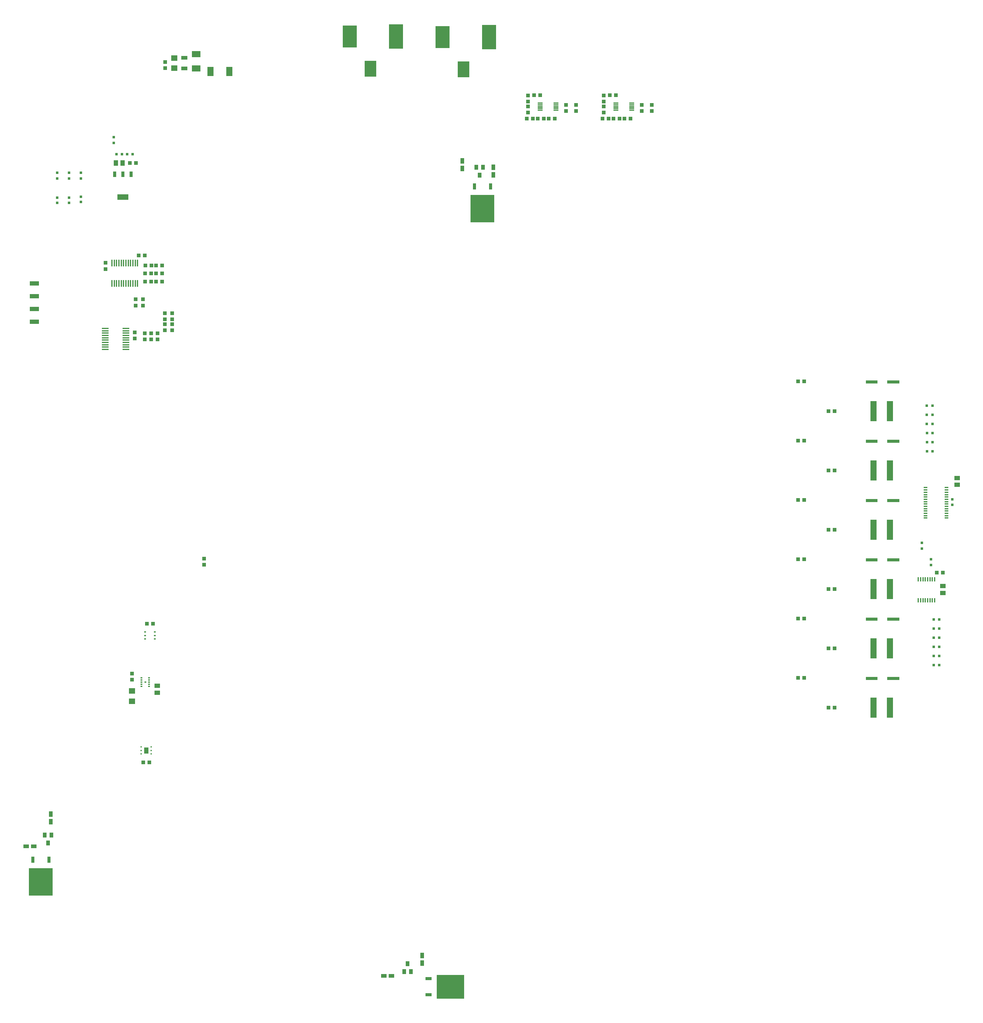
<source format=gbr>
G04 EAGLE Gerber X2 export*
%TF.Part,Single*%
%TF.FileFunction,Paste,Top*%
%TF.FilePolarity,Positive*%
%TF.GenerationSoftware,Autodesk,EAGLE,8.6.1*%
%TF.CreationDate,2018-02-09T18:52:30Z*%
G75*
%MOMM*%
%FSLAX34Y34*%
%LPD*%
%AMOC8*
5,1,8,0,0,1.08239X$1,22.5*%
G01*
%ADD10R,1.000000X1.100000*%
%ADD11R,1.803400X2.641600*%
%ADD12R,2.400000X1.800000*%
%ADD13R,1.800000X1.600000*%
%ADD14R,1.803400X1.117600*%
%ADD15R,0.406400X1.981200*%
%ADD16R,1.100000X1.000000*%
%ADD17R,1.400000X0.300000*%
%ADD18R,3.300000X4.400000*%
%ADD19R,3.900000X6.750000*%
%ADD20R,3.900000X6.200000*%
%ADD21R,0.800000X0.800000*%
%ADD22R,0.799997X0.755600*%
%ADD23R,0.600000X0.400000*%
%ADD24R,1.500000X1.300000*%
%ADD25R,1.803000X1.600000*%
%ADD26R,0.400000X0.300000*%
%ADD27R,1.270000X1.651000*%
%ADD28R,3.403600X0.889000*%
%ADD29R,3.251200X0.889000*%
%ADD30R,1.800000X5.700000*%
%ADD31R,0.350000X1.200000*%
%ADD32R,0.755600X0.799997*%
%ADD33R,0.990600X0.304800*%
%ADD34R,0.838200X1.600200*%
%ADD35R,3.098800X1.600200*%
%ADD36R,1.300000X1.500000*%
%ADD37R,1.981200X0.406400*%
%ADD38R,1.000000X1.500000*%
%ADD39R,1.000000X1.400000*%
%ADD40R,0.939800X1.701800*%
%ADD41R,6.654800X7.721600*%
%ADD42R,1.500000X1.000000*%
%ADD43R,1.701800X0.939800*%
%ADD44R,7.721600X6.654800*%
%ADD45R,2.540000X1.270000*%


D10*
X529006Y2768584D03*
X529006Y2785584D03*
D11*
X707695Y2759304D03*
X655117Y2759304D03*
D12*
X615366Y2766994D03*
X615366Y2807494D03*
D13*
X554406Y2768164D03*
X554406Y2796164D03*
D14*
X582346Y2767178D03*
X582346Y2797150D03*
D10*
X363144Y2209022D03*
X363144Y2226022D03*
X454974Y2246732D03*
X471974Y2246732D03*
D15*
X452234Y2225904D03*
X445734Y2225904D03*
X439234Y2225904D03*
X432734Y2225904D03*
X426234Y2225904D03*
X419734Y2225904D03*
X413234Y2225904D03*
X406734Y2225904D03*
X400234Y2225904D03*
X393734Y2225904D03*
X387234Y2225904D03*
X380734Y2225904D03*
X380734Y2168500D03*
X387234Y2168500D03*
X393734Y2168500D03*
X400234Y2168500D03*
X406734Y2168500D03*
X413234Y2168500D03*
X419734Y2168500D03*
X426234Y2168500D03*
X432734Y2168500D03*
X439234Y2168500D03*
X445734Y2168500D03*
X452234Y2168500D03*
D16*
X490264Y2173582D03*
X473264Y2173582D03*
X520234Y2173582D03*
X503234Y2173582D03*
X490514Y2219042D03*
X473514Y2219042D03*
X520234Y2219042D03*
X503234Y2219042D03*
X490264Y2196442D03*
X473264Y2196442D03*
X520234Y2196442D03*
X503234Y2196442D03*
D17*
X1617018Y2651082D03*
X1617018Y2656082D03*
X1617018Y2661082D03*
X1617018Y2666082D03*
X1617018Y2671082D03*
X1573018Y2671082D03*
X1573018Y2666082D03*
X1573018Y2661082D03*
X1573018Y2656082D03*
X1573018Y2651082D03*
D10*
X1596678Y2628062D03*
X1613678Y2628062D03*
X1566198Y2628062D03*
X1583198Y2628062D03*
X1535718Y2628062D03*
X1552718Y2628062D03*
D16*
X1539138Y2661962D03*
X1539138Y2644962D03*
D10*
X1573038Y2692832D03*
X1556038Y2692832D03*
D16*
X1539138Y2692442D03*
X1539138Y2675442D03*
X1644548Y2665772D03*
X1644548Y2648772D03*
X1672488Y2665772D03*
X1672488Y2648772D03*
D17*
X1827838Y2651082D03*
X1827838Y2656082D03*
X1827838Y2661082D03*
X1827838Y2666082D03*
X1827838Y2671082D03*
X1783838Y2671082D03*
X1783838Y2666082D03*
X1783838Y2661082D03*
X1783838Y2656082D03*
X1783838Y2651082D03*
D10*
X1807498Y2628062D03*
X1824498Y2628062D03*
X1777018Y2628062D03*
X1794018Y2628062D03*
X1746538Y2628062D03*
X1763538Y2628062D03*
D16*
X1749958Y2661962D03*
X1749958Y2644962D03*
D10*
X1783858Y2692832D03*
X1766858Y2692832D03*
D16*
X1749958Y2692442D03*
X1749958Y2675442D03*
X1855368Y2665772D03*
X1855368Y2648772D03*
X1883308Y2665772D03*
X1883308Y2648772D03*
D18*
X1100838Y2766844D03*
D19*
X1171838Y2856344D03*
D20*
X1042838Y2856344D03*
D10*
X447142Y2124396D03*
X447142Y2107396D03*
X467284Y2124422D03*
X467284Y2107422D03*
D21*
X228702Y2392876D03*
X228702Y2407876D03*
D22*
X228702Y2461178D03*
X228702Y2476734D03*
D21*
X261722Y2392876D03*
X261722Y2407876D03*
D22*
X261722Y2461178D03*
X261722Y2476734D03*
D21*
X294742Y2395416D03*
X294742Y2410416D03*
D22*
X294742Y2461178D03*
X294742Y2476734D03*
D18*
X1359410Y2764812D03*
D19*
X1430410Y2854312D03*
D20*
X1301410Y2854312D03*
D23*
X463108Y1059104D03*
X484108Y1059104D03*
X463108Y1065104D03*
X463108Y1071104D03*
X463108Y1053104D03*
X463108Y1047104D03*
X484108Y1047104D03*
X484108Y1053104D03*
X484108Y1065104D03*
X484108Y1071104D03*
X473608Y1059104D03*
D24*
X506628Y1048284D03*
X506628Y1029284D03*
D25*
X436778Y1033954D03*
X436778Y1005514D03*
D10*
X436778Y1065844D03*
X436778Y1082844D03*
D23*
X472808Y1188644D03*
X472808Y1178644D03*
X472808Y1198644D03*
X499808Y1188644D03*
X499808Y1178644D03*
X499808Y1198644D03*
D16*
X477808Y1221664D03*
X494808Y1221664D03*
D26*
X462148Y878604D03*
X462148Y868604D03*
X462148Y858604D03*
X490148Y858604D03*
X490148Y868604D03*
X490148Y878604D03*
D27*
X476148Y868604D03*
D16*
X484648Y835584D03*
X467648Y835584D03*
D10*
X637362Y1385350D03*
X637362Y1402350D03*
D16*
X2392544Y1813306D03*
X2375544Y1813306D03*
X2290454Y1895856D03*
X2307454Y1895856D03*
D28*
X2556256Y1894586D03*
D29*
X2495804Y1894078D03*
D30*
X2546744Y1813306D03*
X2500744Y1813306D03*
D16*
X2392544Y1648206D03*
X2375544Y1648206D03*
X2290454Y1730756D03*
X2307454Y1730756D03*
D28*
X2556256Y1729486D03*
D29*
X2495804Y1728978D03*
D30*
X2546744Y1648206D03*
X2500744Y1648206D03*
D16*
X2392544Y1483106D03*
X2375544Y1483106D03*
X2290454Y1565656D03*
X2307454Y1565656D03*
D28*
X2556256Y1564386D03*
D29*
X2495804Y1563878D03*
D30*
X2546744Y1483106D03*
X2500744Y1483106D03*
D16*
X2392544Y1318006D03*
X2375544Y1318006D03*
X2290454Y1400556D03*
X2307454Y1400556D03*
D28*
X2556256Y1399286D03*
D29*
X2495804Y1398778D03*
D30*
X2546744Y1318006D03*
X2500744Y1318006D03*
D16*
X2392544Y1152906D03*
X2375544Y1152906D03*
X2290454Y1235456D03*
X2307454Y1235456D03*
D28*
X2556256Y1234186D03*
D29*
X2495804Y1233678D03*
D30*
X2546744Y1152906D03*
X2500744Y1152906D03*
D16*
X2392544Y987806D03*
X2375544Y987806D03*
X2290454Y1070356D03*
X2307454Y1070356D03*
D28*
X2556256Y1069086D03*
D29*
X2495804Y1068578D03*
D30*
X2546744Y987806D03*
X2500744Y987806D03*
D31*
X2670954Y1344716D03*
X2664454Y1344716D03*
X2657954Y1344716D03*
X2651454Y1344716D03*
X2644954Y1344716D03*
X2638454Y1344716D03*
X2631954Y1344716D03*
X2625454Y1344716D03*
X2625454Y1286216D03*
X2631954Y1286216D03*
X2638454Y1286216D03*
X2644954Y1286216D03*
X2651454Y1286216D03*
X2657954Y1286216D03*
X2664454Y1286216D03*
X2670954Y1286216D03*
D16*
X2676534Y1363726D03*
X2693534Y1363726D03*
D24*
X2693924Y1307236D03*
X2693924Y1326236D03*
D32*
X2683922Y1105916D03*
X2668366Y1105916D03*
X2683922Y1131316D03*
X2668366Y1131316D03*
X2683922Y1156716D03*
X2668366Y1156716D03*
X2683922Y1182116D03*
X2668366Y1182116D03*
X2683922Y1207516D03*
X2668366Y1207516D03*
X2683922Y1232916D03*
X2668366Y1232916D03*
D33*
X2645442Y1600286D03*
X2645442Y1593786D03*
X2645442Y1587286D03*
X2645442Y1580786D03*
X2645442Y1574286D03*
X2645442Y1567786D03*
X2645442Y1561286D03*
X2645442Y1554786D03*
X2645442Y1548286D03*
X2645442Y1541786D03*
X2645442Y1535286D03*
X2645442Y1528786D03*
X2645442Y1522286D03*
X2645442Y1515786D03*
X2703798Y1515786D03*
X2703798Y1522286D03*
X2703798Y1528786D03*
X2703798Y1535286D03*
X2703798Y1541786D03*
X2703798Y1548286D03*
X2703798Y1554786D03*
X2703798Y1561286D03*
X2703798Y1567786D03*
X2703798Y1574286D03*
X2703798Y1580786D03*
X2703798Y1587286D03*
X2703798Y1593786D03*
X2703798Y1600286D03*
D32*
X2649410Y1828546D03*
X2664966Y1828546D03*
X2649410Y1803146D03*
X2664966Y1803146D03*
X2649410Y1777746D03*
X2664966Y1777746D03*
X2649730Y1752346D03*
X2665286Y1752346D03*
X2649730Y1726946D03*
X2665286Y1726946D03*
X2649730Y1701546D03*
X2665286Y1701546D03*
D22*
X2720340Y1567719D03*
X2720340Y1552163D03*
D24*
X2733294Y1608226D03*
X2733294Y1627226D03*
D22*
X2660904Y1385158D03*
X2660904Y1400714D03*
X2635504Y1446434D03*
X2635504Y1430878D03*
D21*
X438030Y2528570D03*
X423030Y2528570D03*
D32*
X409098Y2528570D03*
X393542Y2528570D03*
D34*
X434480Y2472944D03*
X411480Y2472944D03*
X388480Y2472944D03*
D35*
X411480Y2408936D03*
D16*
X447920Y2504440D03*
X430920Y2504440D03*
D36*
X391820Y2504440D03*
X410820Y2504440D03*
D22*
X386080Y2560162D03*
X386080Y2575718D03*
D37*
X419862Y1984970D03*
X419862Y1991470D03*
X419862Y1997970D03*
X419862Y2004470D03*
X419862Y2010970D03*
X419862Y2017470D03*
X419862Y2023970D03*
X419862Y2030470D03*
X419862Y2036970D03*
X419862Y2043470D03*
X362458Y2043470D03*
X362458Y2036970D03*
X362458Y2030470D03*
X362458Y2023970D03*
X362458Y2017470D03*
X362458Y2010970D03*
X362458Y2004470D03*
X362458Y1997970D03*
X362458Y1991470D03*
X362458Y1984970D03*
D10*
X548640Y2055740D03*
X548640Y2038740D03*
X528320Y2055740D03*
X528320Y2038740D03*
X528320Y2086220D03*
X528320Y2069220D03*
X548640Y2086220D03*
X548640Y2069220D03*
X472440Y2013340D03*
X472440Y2030340D03*
X508000Y2013340D03*
X508000Y2030340D03*
X490220Y2013340D03*
X490220Y2030340D03*
X444500Y2015880D03*
X444500Y2032880D03*
D38*
X1442720Y2471055D03*
X1442720Y2492105D03*
X1356360Y2509885D03*
X1356360Y2488835D03*
D39*
X1404620Y2470580D03*
X1395120Y2492580D03*
X1414120Y2492580D03*
D40*
X1434740Y2438527D03*
X1389740Y2438527D03*
D41*
X1412240Y2377440D03*
D42*
X162925Y601980D03*
X141875Y601980D03*
D38*
X210820Y670195D03*
X210820Y691245D03*
D39*
X203200Y611300D03*
X193700Y633300D03*
X212700Y633300D03*
D40*
X205380Y564007D03*
X160380Y564007D03*
D41*
X182880Y502920D03*
D38*
X1244600Y276495D03*
X1244600Y297545D03*
D42*
X1158605Y241300D03*
X1137555Y241300D03*
D39*
X1203960Y275160D03*
X1213460Y253160D03*
X1194460Y253160D03*
D43*
X1262253Y233320D03*
X1262253Y188320D03*
D44*
X1323340Y210820D03*
D45*
X165100Y2169160D03*
X165100Y2133600D03*
X165100Y2098040D03*
X165100Y2062480D03*
M02*

</source>
